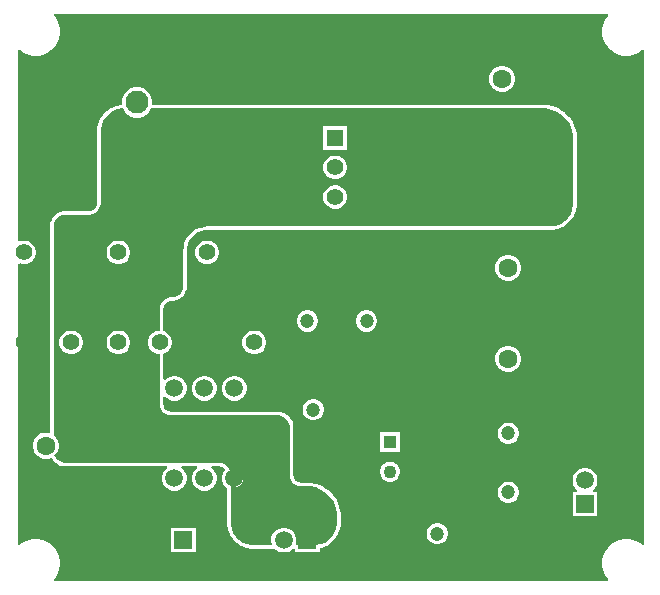
<source format=gbl>
G04*
G04 #@! TF.GenerationSoftware,Altium Limited,Altium Designer,23.2.1 (34)*
G04*
G04 Layer_Physical_Order=2*
G04 Layer_Color=16711680*
%FSLAX44Y44*%
%MOMM*%
G71*
G04*
G04 #@! TF.SameCoordinates,58D706FB-8AEF-4135-8DC0-6D3B37A59AC3*
G04*
G04*
G04 #@! TF.FilePolarity,Positive*
G04*
G01*
G75*
%ADD28C,0.3810*%
%ADD30R,1.1000X1.1000*%
%ADD31C,1.1000*%
%ADD32C,1.6000*%
%ADD33R,1.5000X1.5000*%
%ADD34C,1.5000*%
%ADD35C,1.2000*%
%ADD36C,1.9500*%
%ADD37R,1.4000X1.4000*%
%ADD38C,1.4000*%
%ADD39R,1.5000X1.5000*%
G36*
X509835Y488827D02*
X509077Y488068D01*
X506833Y484710D01*
X505288Y480980D01*
X504500Y477019D01*
Y472981D01*
X505288Y469020D01*
X506833Y465290D01*
X509077Y461932D01*
X511932Y459077D01*
X515290Y456833D01*
X519020Y455288D01*
X522981Y454500D01*
X527019D01*
X530980Y455288D01*
X534710Y456833D01*
X538068Y459077D01*
X538827Y459835D01*
X540000Y459349D01*
Y40651D01*
X538827Y40165D01*
X538068Y40923D01*
X534710Y43167D01*
X530980Y44712D01*
X527019Y45500D01*
X522981D01*
X519020Y44712D01*
X515290Y43167D01*
X511932Y40923D01*
X509077Y38068D01*
X506833Y34710D01*
X505288Y30980D01*
X504500Y27019D01*
Y22981D01*
X505288Y19020D01*
X506833Y15290D01*
X509077Y11932D01*
X509835Y11173D01*
X509349Y10000D01*
X40651D01*
X40165Y11173D01*
X40923Y11932D01*
X43167Y15290D01*
X44712Y19020D01*
X45500Y22981D01*
Y27019D01*
X44712Y30980D01*
X43167Y34710D01*
X40923Y38068D01*
X38068Y40923D01*
X34710Y43167D01*
X30980Y44712D01*
X27019Y45500D01*
X22981D01*
X19020Y44712D01*
X15290Y43167D01*
X11932Y40923D01*
X11173Y40165D01*
X10000Y40651D01*
Y278170D01*
X10818Y278642D01*
X11270Y278747D01*
X13684Y278100D01*
X16316D01*
X18860Y278782D01*
X21140Y280098D01*
X23002Y281960D01*
X24318Y284240D01*
X25000Y286783D01*
Y289417D01*
X24318Y291960D01*
X23002Y294240D01*
X21140Y296102D01*
X18860Y297418D01*
X16316Y298100D01*
X13684D01*
X11270Y297453D01*
X10818Y297558D01*
X10000Y298030D01*
Y459349D01*
X11173Y459835D01*
X11932Y459077D01*
X15290Y456833D01*
X19020Y455288D01*
X22981Y454500D01*
X27019D01*
X30980Y455288D01*
X34710Y456833D01*
X38068Y459077D01*
X40923Y461932D01*
X43167Y465290D01*
X44712Y469020D01*
X45500Y472981D01*
Y477019D01*
X44712Y480980D01*
X43167Y484710D01*
X40923Y488068D01*
X40165Y488827D01*
X40651Y490000D01*
X509349D01*
X509835Y488827D01*
D02*
G37*
%LPC*%
G36*
X421448Y446000D02*
X418552D01*
X415754Y445250D01*
X413246Y443802D01*
X411198Y441754D01*
X409750Y439246D01*
X409000Y436448D01*
Y433552D01*
X409750Y430754D01*
X411198Y428246D01*
X413246Y426198D01*
X415754Y424750D01*
X418552Y424000D01*
X421448D01*
X424246Y424750D01*
X426754Y426198D01*
X428802Y428246D01*
X430250Y430754D01*
X431000Y433552D01*
Y436448D01*
X430250Y439246D01*
X428802Y441754D01*
X426754Y443802D01*
X424246Y445250D01*
X421448Y446000D01*
D02*
G37*
G36*
X171317Y298100D02*
X168683D01*
X166140Y297418D01*
X163860Y296102D01*
X161998Y294240D01*
X160681Y291960D01*
X160000Y289417D01*
Y286783D01*
X160681Y284240D01*
X161998Y281960D01*
X163860Y280098D01*
X166140Y278782D01*
X168683Y278100D01*
X171317D01*
X173860Y278782D01*
X176140Y280098D01*
X178002Y281960D01*
X179319Y284240D01*
X180000Y286783D01*
Y289417D01*
X179319Y291960D01*
X178002Y294240D01*
X176140Y296102D01*
X173860Y297418D01*
X171317Y298100D01*
D02*
G37*
G36*
X426448Y286000D02*
X423552D01*
X420754Y285250D01*
X418246Y283802D01*
X416198Y281754D01*
X414750Y279246D01*
X414000Y276448D01*
Y273552D01*
X414750Y270754D01*
X416198Y268246D01*
X418246Y266198D01*
X420754Y264750D01*
X423552Y264000D01*
X426448D01*
X429246Y264750D01*
X431754Y266198D01*
X433802Y268246D01*
X435250Y270754D01*
X436000Y273552D01*
Y276448D01*
X435250Y279246D01*
X433802Y281754D01*
X431754Y283802D01*
X429246Y285250D01*
X426448Y286000D01*
D02*
G37*
G36*
X306185Y239000D02*
X303815D01*
X301526Y238387D01*
X299474Y237202D01*
X297798Y235526D01*
X296613Y233474D01*
X296000Y231185D01*
Y228815D01*
X296613Y226526D01*
X297798Y224474D01*
X299474Y222798D01*
X301526Y221613D01*
X303815Y221000D01*
X306185D01*
X308474Y221613D01*
X310526Y222798D01*
X312202Y224474D01*
X313387Y226526D01*
X314000Y228815D01*
Y231185D01*
X313387Y233474D01*
X312202Y235526D01*
X310526Y237202D01*
X308474Y238387D01*
X306185Y239000D01*
D02*
G37*
G36*
X256185D02*
X253815D01*
X251526Y238387D01*
X249474Y237202D01*
X247798Y235526D01*
X246613Y233474D01*
X246000Y231185D01*
Y228815D01*
X246613Y226526D01*
X247798Y224474D01*
X249474Y222798D01*
X251526Y221613D01*
X253815Y221000D01*
X256185D01*
X258474Y221613D01*
X260526Y222798D01*
X262202Y224474D01*
X263387Y226526D01*
X264000Y228815D01*
Y231185D01*
X263387Y233474D01*
X262202Y235526D01*
X260526Y237202D01*
X258474Y238387D01*
X256185Y239000D01*
D02*
G37*
G36*
X211317Y221900D02*
X208683D01*
X206140Y221218D01*
X203860Y219902D01*
X201998Y218040D01*
X200681Y215760D01*
X200000Y213216D01*
Y210583D01*
X200681Y208040D01*
X201998Y205760D01*
X203860Y203898D01*
X206140Y202582D01*
X208683Y201900D01*
X211317D01*
X213860Y202582D01*
X216140Y203898D01*
X218002Y205760D01*
X219319Y208040D01*
X220000Y210583D01*
Y213216D01*
X219319Y215760D01*
X218002Y218040D01*
X216140Y219902D01*
X213860Y221218D01*
X211317Y221900D01*
D02*
G37*
G36*
X426448Y209000D02*
X423552D01*
X420754Y208250D01*
X418246Y206802D01*
X416198Y204754D01*
X414750Y202246D01*
X414000Y199448D01*
Y196552D01*
X414750Y193754D01*
X416198Y191246D01*
X418246Y189198D01*
X420754Y187750D01*
X423552Y187000D01*
X426448D01*
X429246Y187750D01*
X431754Y189198D01*
X433802Y191246D01*
X435250Y193754D01*
X436000Y196552D01*
Y199448D01*
X435250Y202246D01*
X433802Y204754D01*
X431754Y206802D01*
X429246Y208250D01*
X426448Y209000D01*
D02*
G37*
G36*
X194482Y183600D02*
X191718D01*
X189047Y182884D01*
X186653Y181502D01*
X184698Y179547D01*
X183316Y177153D01*
X182600Y174482D01*
Y171718D01*
X183316Y169047D01*
X184698Y166653D01*
X186653Y164698D01*
X189047Y163316D01*
X191718Y162600D01*
X194482D01*
X197153Y163316D01*
X199547Y164698D01*
X201502Y166653D01*
X202884Y169047D01*
X203600Y171718D01*
Y174482D01*
X202884Y177153D01*
X201502Y179547D01*
X199547Y181502D01*
X197153Y182884D01*
X194482Y183600D01*
D02*
G37*
G36*
X169082D02*
X166318D01*
X163647Y182884D01*
X161253Y181502D01*
X159298Y179547D01*
X157916Y177153D01*
X157200Y174482D01*
Y171718D01*
X157916Y169047D01*
X159298Y166653D01*
X161253Y164698D01*
X163647Y163316D01*
X166318Y162600D01*
X169082D01*
X171753Y163316D01*
X174147Y164698D01*
X176102Y166653D01*
X177484Y169047D01*
X178200Y171718D01*
Y174482D01*
X177484Y177153D01*
X176102Y179547D01*
X174147Y181502D01*
X171753Y182884D01*
X169082Y183600D01*
D02*
G37*
G36*
X112479Y427750D02*
X109121D01*
X105879Y426881D01*
X102971Y425202D01*
X100597Y422829D01*
X98919Y419921D01*
X98050Y416679D01*
Y413321D01*
X96852Y412884D01*
X93569Y412231D01*
X93291Y412116D01*
X92996Y412057D01*
X89356Y410550D01*
X89105Y410382D01*
X88827Y410267D01*
X85551Y408078D01*
X85338Y407865D01*
X85088Y407698D01*
X82302Y404912D01*
X82135Y404662D01*
X81922Y404449D01*
X79733Y401173D01*
X79618Y400895D01*
X79450Y400644D01*
X77943Y397004D01*
X77884Y396709D01*
X77769Y396431D01*
X77000Y392566D01*
Y392265D01*
X76941Y391970D01*
Y390000D01*
Y330075D01*
X76908Y329395D01*
X76628Y327989D01*
X76109Y326735D01*
X75354Y325606D01*
X74394Y324646D01*
X73265Y323891D01*
X72011Y323372D01*
X70605Y323092D01*
X69925Y323059D01*
X49015D01*
X48720Y323000D01*
X48418D01*
X46486Y322616D01*
X46208Y322500D01*
X45912Y322442D01*
X44093Y321688D01*
X43842Y321520D01*
X43564Y321405D01*
X41926Y320311D01*
X41713Y320098D01*
X41462Y319930D01*
X40070Y318538D01*
X39902Y318287D01*
X39689Y318074D01*
X38595Y316436D01*
X38479Y316158D01*
X38312Y315907D01*
X37558Y314087D01*
X37500Y313792D01*
X37384Y313514D01*
X37000Y311582D01*
Y311280D01*
X36941Y310985D01*
Y310000D01*
Y136023D01*
X35934Y135249D01*
X34998Y135500D01*
X32102D01*
X29304Y134750D01*
X26796Y133302D01*
X24748Y131254D01*
X23300Y128746D01*
X22550Y125948D01*
Y123052D01*
X23300Y120254D01*
X24748Y117746D01*
X26796Y115698D01*
X29304Y114250D01*
X32102Y113500D01*
X34998D01*
X37796Y114250D01*
X38595Y113564D01*
X39689Y111926D01*
X39902Y111713D01*
X40070Y111462D01*
X41462Y110070D01*
X41713Y109902D01*
X41926Y109689D01*
X43564Y108595D01*
X43842Y108479D01*
X44093Y108312D01*
X45913Y107558D01*
X46208Y107500D01*
X46486Y107384D01*
X48418Y107000D01*
X48720D01*
X49015Y106941D01*
X136152D01*
X136492Y105671D01*
X135853Y105302D01*
X133898Y103347D01*
X132516Y100953D01*
X131800Y98282D01*
Y95518D01*
X132516Y92847D01*
X133898Y90453D01*
X135853Y88498D01*
X138247Y87116D01*
X140918Y86400D01*
X143682D01*
X146353Y87116D01*
X148747Y88498D01*
X150702Y90453D01*
X152084Y92847D01*
X152800Y95518D01*
Y98282D01*
X152084Y100953D01*
X150702Y103347D01*
X148747Y105302D01*
X148108Y105671D01*
X148448Y106941D01*
X161552D01*
X161892Y105671D01*
X161253Y105302D01*
X159298Y103347D01*
X157916Y100953D01*
X157200Y98282D01*
Y95518D01*
X157916Y92847D01*
X159298Y90453D01*
X161253Y88498D01*
X163647Y87116D01*
X166318Y86400D01*
X169082D01*
X171753Y87116D01*
X174147Y88498D01*
X176102Y90453D01*
X177484Y92847D01*
X178200Y95518D01*
Y98282D01*
X177484Y100953D01*
X176102Y103347D01*
X174147Y105302D01*
X173508Y105671D01*
X173848Y106941D01*
X179925D01*
X180605Y106908D01*
X182011Y106628D01*
X183265Y106109D01*
X184394Y105354D01*
X185354Y104394D01*
X185511Y104160D01*
X184698Y103347D01*
X183316Y100953D01*
X182600Y98282D01*
Y95518D01*
X183316Y92847D01*
X184698Y90453D01*
X186653Y88498D01*
X186941Y88331D01*
Y60000D01*
Y58030D01*
X187000Y57735D01*
Y57433D01*
X187769Y53569D01*
X187884Y53291D01*
X187943Y52996D01*
X189450Y49356D01*
X189618Y49105D01*
X189733Y48827D01*
X191922Y45551D01*
X192135Y45338D01*
X192302Y45088D01*
X195088Y42302D01*
X195338Y42135D01*
X195551Y41922D01*
X198827Y39733D01*
X199105Y39618D01*
X199356Y39450D01*
X202996Y37943D01*
X203291Y37884D01*
X203570Y37769D01*
X207433Y37000D01*
X207735D01*
X208030Y36941D01*
X224080D01*
X224322Y36990D01*
X224570Y36981D01*
X224902Y37105D01*
X225250Y37174D01*
X225456Y37311D01*
X225688Y37398D01*
X226275Y37821D01*
X227387Y37264D01*
X228553Y36098D01*
X230947Y34716D01*
X233618Y34000D01*
X236382D01*
X239053Y34716D01*
X241447Y36098D01*
X242613Y37264D01*
X243358Y37637D01*
X244500Y36924D01*
Y34000D01*
X265500D01*
Y37583D01*
X266430Y37769D01*
X266709Y37884D01*
X267004Y37943D01*
X270644Y39450D01*
X270895Y39618D01*
X271173Y39733D01*
X274449Y41922D01*
X274662Y42135D01*
X274912Y42302D01*
X277698Y45088D01*
X277865Y45338D01*
X278078Y45551D01*
X280267Y48827D01*
X280382Y49105D01*
X280550Y49356D01*
X282057Y52996D01*
X282116Y53291D01*
X282231Y53569D01*
X283000Y57433D01*
Y57735D01*
X283059Y58030D01*
Y67102D01*
X283000Y67397D01*
Y67698D01*
X282024Y72606D01*
X281909Y72884D01*
X281850Y73179D01*
X279935Y77802D01*
X279768Y78052D01*
X279653Y78331D01*
X276873Y82491D01*
X276660Y82704D01*
X276492Y82954D01*
X272954Y86492D01*
X272704Y86660D01*
X272491Y86873D01*
X268331Y89652D01*
X268052Y89768D01*
X267802Y89935D01*
X263179Y91850D01*
X262884Y91909D01*
X262606Y92024D01*
X257698Y93000D01*
X257397D01*
X257102Y93059D01*
X250075D01*
X249395Y93092D01*
X247989Y93372D01*
X246735Y93891D01*
X245606Y94646D01*
X244646Y95606D01*
X243891Y96735D01*
X243372Y97989D01*
X243092Y99395D01*
X243059Y100075D01*
Y140985D01*
X243000Y141280D01*
Y141582D01*
X242616Y143514D01*
X242500Y143792D01*
X242442Y144087D01*
X241688Y145907D01*
X241520Y146158D01*
X241405Y146436D01*
X240311Y148074D01*
X240098Y148287D01*
X239930Y148538D01*
X238538Y149930D01*
X238287Y150098D01*
X238074Y150311D01*
X236436Y151405D01*
X236158Y151521D01*
X235907Y151688D01*
X234087Y152442D01*
X233792Y152500D01*
X233514Y152616D01*
X231582Y153000D01*
X231280D01*
X230985Y153059D01*
X140075D01*
X139395Y153092D01*
X137989Y153372D01*
X136735Y153891D01*
X135606Y154646D01*
X134646Y155606D01*
X133891Y156735D01*
X133372Y157989D01*
X133092Y159395D01*
X133059Y160075D01*
Y165696D01*
X134329Y166222D01*
X135853Y164698D01*
X138247Y163316D01*
X140918Y162600D01*
X143682D01*
X146353Y163316D01*
X148747Y164698D01*
X150702Y166653D01*
X152084Y169047D01*
X152800Y171718D01*
Y174482D01*
X152084Y177153D01*
X150702Y179547D01*
X148747Y181502D01*
X146353Y182884D01*
X143682Y183600D01*
X140918D01*
X138247Y182884D01*
X135853Y181502D01*
X134329Y179978D01*
X133059Y180504D01*
Y201900D01*
X132971Y202343D01*
X133860Y202582D01*
X136140Y203898D01*
X138002Y205760D01*
X139319Y208040D01*
X140000Y210583D01*
Y213216D01*
X139319Y215760D01*
X138002Y218040D01*
X136140Y219902D01*
X133860Y221218D01*
X132971Y221457D01*
X133059Y221900D01*
Y239925D01*
X133092Y240605D01*
X133372Y242011D01*
X133891Y243265D01*
X134646Y244394D01*
X135606Y245354D01*
X136735Y246109D01*
X137989Y246628D01*
X139395Y246908D01*
X140075Y246941D01*
X140985D01*
X141280Y247000D01*
X141582D01*
X143514Y247384D01*
X143792Y247500D01*
X144087Y247558D01*
X145907Y248312D01*
X146158Y248479D01*
X146436Y248595D01*
X148074Y249689D01*
X148287Y249902D01*
X148538Y250070D01*
X149930Y251462D01*
X150098Y251713D01*
X150311Y251926D01*
X151405Y253564D01*
X151521Y253842D01*
X151688Y254093D01*
X152442Y255913D01*
X152500Y256208D01*
X152616Y256486D01*
X153000Y258418D01*
Y258720D01*
X153059Y259015D01*
Y289925D01*
X153140Y291585D01*
X153802Y294914D01*
X155072Y297979D01*
X156916Y300738D01*
X159262Y303084D01*
X162021Y304928D01*
X165086Y306197D01*
X168415Y306860D01*
X170075Y306941D01*
X461970D01*
X462265Y307000D01*
X462567D01*
X466431Y307769D01*
X466709Y307884D01*
X467004Y307943D01*
X470644Y309450D01*
X470895Y309618D01*
X471173Y309733D01*
X474449Y311922D01*
X474662Y312135D01*
X474912Y312302D01*
X477698Y315088D01*
X477865Y315338D01*
X478078Y315551D01*
X480267Y318827D01*
X480382Y319105D01*
X480550Y319356D01*
X482057Y322996D01*
X482116Y323291D01*
X482231Y323569D01*
X483000Y327433D01*
Y327735D01*
X483059Y328030D01*
Y330000D01*
Y384600D01*
Y387102D01*
X483000Y387397D01*
Y387698D01*
X482024Y392606D01*
X481909Y392884D01*
X481850Y393180D01*
X479935Y397802D01*
X479768Y398052D01*
X479652Y398331D01*
X476873Y402491D01*
X476660Y402704D01*
X476492Y402954D01*
X472954Y406492D01*
X472704Y406660D01*
X472491Y406873D01*
X468331Y409652D01*
X468052Y409768D01*
X467802Y409935D01*
X463179Y411850D01*
X462884Y411909D01*
X462606Y412024D01*
X457698Y413000D01*
X457397D01*
X457102Y413059D01*
X123752D01*
X123550Y413321D01*
Y416679D01*
X122681Y419921D01*
X121003Y422829D01*
X118629Y425202D01*
X115721Y426881D01*
X112479Y427750D01*
D02*
G37*
G36*
X261185Y164000D02*
X258815D01*
X256526Y163387D01*
X254474Y162202D01*
X252798Y160526D01*
X251613Y158474D01*
X251000Y156185D01*
Y153815D01*
X251613Y151526D01*
X252798Y149474D01*
X254474Y147798D01*
X256526Y146613D01*
X258815Y146000D01*
X261185D01*
X263474Y146613D01*
X265526Y147798D01*
X267202Y149474D01*
X268387Y151526D01*
X269000Y153815D01*
Y156185D01*
X268387Y158474D01*
X267202Y160526D01*
X265526Y162202D01*
X263474Y163387D01*
X261185Y164000D01*
D02*
G37*
G36*
X426185Y144000D02*
X423815D01*
X421526Y143387D01*
X419474Y142202D01*
X417798Y140526D01*
X416613Y138474D01*
X416000Y136185D01*
Y133815D01*
X416613Y131526D01*
X417798Y129474D01*
X419474Y127798D01*
X421526Y126613D01*
X423815Y126000D01*
X426185D01*
X428474Y126613D01*
X430526Y127798D01*
X432202Y129474D01*
X433387Y131526D01*
X434000Y133815D01*
Y136185D01*
X433387Y138474D01*
X432202Y140526D01*
X430526Y142202D01*
X428474Y143387D01*
X426185Y144000D01*
D02*
G37*
G36*
X333500Y136000D02*
X316500D01*
Y119000D01*
X333500D01*
Y136000D01*
D02*
G37*
G36*
X326119Y111000D02*
X323881D01*
X321719Y110421D01*
X319781Y109302D01*
X318198Y107719D01*
X317079Y105781D01*
X316500Y103619D01*
Y101381D01*
X317079Y99219D01*
X318198Y97281D01*
X319781Y95698D01*
X321719Y94579D01*
X323881Y94000D01*
X326119D01*
X328281Y94579D01*
X330219Y95698D01*
X331802Y97281D01*
X332921Y99219D01*
X333500Y101381D01*
Y103619D01*
X332921Y105781D01*
X331802Y107719D01*
X330219Y109302D01*
X328281Y110421D01*
X326119Y111000D01*
D02*
G37*
G36*
X426185Y94000D02*
X423815D01*
X421526Y93387D01*
X419474Y92202D01*
X417798Y90526D01*
X416613Y88474D01*
X416000Y86185D01*
Y83815D01*
X416613Y81526D01*
X417798Y79474D01*
X419474Y77798D01*
X421526Y76613D01*
X423815Y76000D01*
X426185D01*
X428474Y76613D01*
X430526Y77798D01*
X432202Y79474D01*
X433387Y81526D01*
X434000Y83815D01*
Y86185D01*
X433387Y88474D01*
X432202Y90526D01*
X430526Y92202D01*
X428474Y93387D01*
X426185Y94000D01*
D02*
G37*
G36*
X491382Y105500D02*
X488618D01*
X485947Y104784D01*
X483553Y103402D01*
X481598Y101447D01*
X480216Y99053D01*
X479500Y96382D01*
Y93618D01*
X480216Y90947D01*
X481598Y88553D01*
X483381Y86770D01*
X483138Y85500D01*
X479500D01*
Y64500D01*
X500500D01*
Y85500D01*
X496862D01*
X496619Y86770D01*
X498402Y88553D01*
X499784Y90947D01*
X500500Y93618D01*
Y96382D01*
X499784Y99053D01*
X498402Y101447D01*
X496447Y103402D01*
X494053Y104784D01*
X491382Y105500D01*
D02*
G37*
G36*
X366185Y59000D02*
X363815D01*
X361526Y58387D01*
X359474Y57202D01*
X357798Y55526D01*
X356613Y53474D01*
X356000Y51185D01*
Y48815D01*
X356613Y46526D01*
X357798Y44474D01*
X359474Y42798D01*
X361526Y41613D01*
X363815Y41000D01*
X366185D01*
X368474Y41613D01*
X370526Y42798D01*
X372202Y44474D01*
X373387Y46526D01*
X374000Y48815D01*
Y51185D01*
X373387Y53474D01*
X372202Y55526D01*
X370526Y57202D01*
X368474Y58387D01*
X366185Y59000D01*
D02*
G37*
G36*
X160500Y55000D02*
X139500D01*
Y34000D01*
X160500D01*
Y55000D01*
D02*
G37*
%LPD*%
G36*
X462009Y409024D02*
X466631Y407109D01*
X470792Y404329D01*
X474329Y400792D01*
X477109Y396631D01*
X479024Y392009D01*
X480000Y387102D01*
Y384600D01*
Y330000D01*
Y328030D01*
X479231Y324166D01*
X477724Y320526D01*
X475535Y317251D01*
X472749Y314465D01*
X469473Y312276D01*
X465834Y310769D01*
X461970Y310000D01*
X170000D01*
X168040Y309904D01*
X164194Y309139D01*
X160572Y307638D01*
X157312Y305460D01*
X154540Y302688D01*
X152362Y299428D01*
X150861Y295806D01*
X150096Y291960D01*
X150000Y290000D01*
Y259015D01*
X149616Y257083D01*
X148862Y255263D01*
X147767Y253625D01*
X146375Y252232D01*
X144737Y251138D01*
X142917Y250384D01*
X140985Y250000D01*
X140000D01*
X139020Y249952D01*
X137097Y249569D01*
X135286Y248819D01*
X133656Y247730D01*
X132270Y246344D01*
X131181Y244714D01*
X130431Y242903D01*
X130048Y240980D01*
X130000Y240000D01*
Y221900D01*
X128684D01*
X126140Y221218D01*
X123860Y219902D01*
X121998Y218040D01*
X120681Y215760D01*
X120000Y213216D01*
Y210583D01*
X120681Y208040D01*
X121998Y205760D01*
X123860Y203898D01*
X126140Y202582D01*
X128684Y201900D01*
X130000D01*
Y160000D01*
X130048Y159020D01*
X130431Y157097D01*
X131181Y155286D01*
X132270Y153656D01*
X133656Y152270D01*
X135286Y151181D01*
X137097Y150431D01*
X139020Y150048D01*
X140000Y150000D01*
X230985D01*
X232917Y149616D01*
X234737Y148862D01*
X236375Y147767D01*
X237768Y146375D01*
X238862Y144737D01*
X239616Y142917D01*
X240000Y140985D01*
Y100000D01*
X240048Y99020D01*
X240431Y97097D01*
X241181Y95286D01*
X242270Y93656D01*
X243656Y92270D01*
X245286Y91181D01*
X247097Y90431D01*
X249020Y90048D01*
X250000Y90000D01*
X257102D01*
X262009Y89024D01*
X266631Y87109D01*
X270791Y84329D01*
X274329Y80792D01*
X277109Y76631D01*
X279024Y72009D01*
X280000Y67102D01*
Y58030D01*
X279231Y54166D01*
X277724Y50526D01*
X275535Y47251D01*
X272749Y44465D01*
X269473Y42276D01*
X265834Y40769D01*
X261970Y40000D01*
X245920D01*
X245005Y41270D01*
X245500Y43118D01*
Y45882D01*
X244784Y48553D01*
X243402Y50947D01*
X241447Y52902D01*
X239053Y54284D01*
X236382Y55000D01*
X233618D01*
X230947Y54284D01*
X228553Y52902D01*
X226598Y50947D01*
X225216Y48553D01*
X224500Y45882D01*
Y43118D01*
X224995Y41270D01*
X224080Y40000D01*
X208030D01*
X204166Y40769D01*
X200526Y42276D01*
X197251Y44465D01*
X194465Y47251D01*
X192276Y50526D01*
X190769Y54166D01*
X190000Y58030D01*
Y60000D01*
Y91268D01*
X191173Y91754D01*
X191705Y91223D01*
X193327Y90139D01*
X195241Y89758D01*
X197155Y90139D01*
X198777Y91223D01*
X199862Y92845D01*
X200242Y94759D01*
X199862Y96673D01*
X198777Y98295D01*
X196636Y100436D01*
X195014Y101520D01*
X193100Y101901D01*
X191186Y101520D01*
X191145Y101493D01*
X189734Y102077D01*
X189569Y102903D01*
X188819Y104714D01*
X187730Y106344D01*
X186344Y107730D01*
X184714Y108819D01*
X182903Y109569D01*
X180980Y109952D01*
X180000Y110000D01*
X49015D01*
X47083Y110384D01*
X45263Y111138D01*
X43625Y112233D01*
X42232Y113625D01*
X41138Y115263D01*
X40767Y116160D01*
X42352Y117746D01*
X43800Y120254D01*
X44550Y123052D01*
Y125948D01*
X43800Y128746D01*
X42352Y131254D01*
X40304Y133302D01*
X40000Y133478D01*
Y310000D01*
Y310985D01*
X40384Y312917D01*
X41138Y314737D01*
X42232Y316375D01*
X43625Y317768D01*
X45263Y318862D01*
X47083Y319616D01*
X49015Y320000D01*
X70000D01*
X70980Y320048D01*
X72903Y320431D01*
X74714Y321181D01*
X76344Y322270D01*
X77730Y323656D01*
X78819Y325286D01*
X79569Y327097D01*
X79952Y329020D01*
X80000Y330000D01*
Y390000D01*
Y391970D01*
X80769Y395834D01*
X82276Y399473D01*
X84465Y402749D01*
X87251Y405535D01*
X90526Y407724D01*
X94166Y409231D01*
X98030Y410000D01*
X98964D01*
X100597Y407171D01*
X102971Y404798D01*
X105879Y403119D01*
X109121Y402250D01*
X112479D01*
X115721Y403119D01*
X118629Y404798D01*
X121003Y407171D01*
X122636Y410000D01*
X457102D01*
X462009Y409024D01*
D02*
G37*
%LPC*%
G36*
X288450Y395000D02*
X268450D01*
Y375000D01*
X288450D01*
Y395000D01*
D02*
G37*
G36*
X279767Y370000D02*
X277134D01*
X274590Y369319D01*
X272310Y368002D01*
X270448Y366140D01*
X269132Y363860D01*
X268450Y361316D01*
Y358684D01*
X269132Y356140D01*
X270448Y353860D01*
X272310Y351998D01*
X274590Y350681D01*
X277134Y350000D01*
X279767D01*
X282310Y350681D01*
X284590Y351998D01*
X286452Y353860D01*
X287768Y356140D01*
X288450Y358684D01*
Y361316D01*
X287768Y363860D01*
X286452Y366140D01*
X284590Y368002D01*
X282310Y369319D01*
X279767Y370000D01*
D02*
G37*
G36*
Y345000D02*
X277134D01*
X274590Y344319D01*
X272310Y343002D01*
X270448Y341140D01*
X269132Y338860D01*
X268450Y336316D01*
Y333684D01*
X269132Y331140D01*
X270448Y328860D01*
X272310Y326998D01*
X274590Y325681D01*
X277134Y325000D01*
X279767D01*
X282310Y325681D01*
X284590Y326998D01*
X286452Y328860D01*
X287768Y331140D01*
X288450Y333684D01*
Y336316D01*
X287768Y338860D01*
X286452Y341140D01*
X284590Y343002D01*
X282310Y344319D01*
X279767Y345000D01*
D02*
G37*
G36*
X96316Y298100D02*
X93684D01*
X91140Y297418D01*
X88860Y296102D01*
X86998Y294240D01*
X85681Y291960D01*
X85000Y289417D01*
Y286783D01*
X85681Y284240D01*
X86998Y281960D01*
X88860Y280098D01*
X91140Y278782D01*
X93684Y278100D01*
X96316D01*
X98860Y278782D01*
X101140Y280098D01*
X103002Y281960D01*
X104319Y284240D01*
X105000Y286783D01*
Y289417D01*
X104319Y291960D01*
X103002Y294240D01*
X101140Y296102D01*
X98860Y297418D01*
X96316Y298100D01*
D02*
G37*
G36*
Y221900D02*
X93684D01*
X91140Y221218D01*
X88860Y219902D01*
X86998Y218040D01*
X85681Y215760D01*
X85000Y213216D01*
Y210583D01*
X85681Y208040D01*
X86998Y205760D01*
X88860Y203898D01*
X91140Y202582D01*
X93684Y201900D01*
X96316D01*
X98860Y202582D01*
X101140Y203898D01*
X103002Y205760D01*
X104319Y208040D01*
X105000Y210583D01*
Y213216D01*
X104319Y215760D01*
X103002Y218040D01*
X101140Y219902D01*
X98860Y221218D01*
X96316Y221900D01*
D02*
G37*
G36*
X56316D02*
X53684D01*
X51140Y221218D01*
X48860Y219902D01*
X46998Y218040D01*
X45682Y215760D01*
X45000Y213216D01*
Y210583D01*
X45682Y208040D01*
X46998Y205760D01*
X48860Y203898D01*
X51140Y202582D01*
X53684Y201900D01*
X56316D01*
X58860Y202582D01*
X61140Y203898D01*
X63002Y205760D01*
X64318Y208040D01*
X65000Y210583D01*
Y213216D01*
X64318Y215760D01*
X63002Y218040D01*
X61140Y219902D01*
X58860Y221218D01*
X56316Y221900D01*
D02*
G37*
%LPD*%
D28*
X193100Y96900D02*
X195241Y94759D01*
D30*
X325000Y127500D02*
D03*
D31*
Y102500D02*
D03*
D32*
X58950Y124500D02*
D03*
X33550D02*
D03*
X420000Y435000D02*
D03*
Y358000D02*
D03*
X425000Y275000D02*
D03*
Y198000D02*
D03*
D33*
X490000Y75000D02*
D03*
X116900Y96900D02*
D03*
D34*
X490000Y95000D02*
D03*
X193100Y173100D02*
D03*
X167700D02*
D03*
X142300D02*
D03*
X116900D02*
D03*
X193100Y96900D02*
D03*
X167700D02*
D03*
X142300D02*
D03*
X130000Y44500D02*
D03*
X235000D02*
D03*
D35*
X425000Y85000D02*
D03*
Y135000D02*
D03*
X260000Y155000D02*
D03*
Y105000D02*
D03*
X365000Y50000D02*
D03*
X315000D02*
D03*
X255000Y230000D02*
D03*
X305000D02*
D03*
D36*
X60000Y415000D02*
D03*
X110800D02*
D03*
Y364200D02*
D03*
D37*
X278450Y385000D02*
D03*
D38*
Y360000D02*
D03*
Y335000D02*
D03*
X15000Y288100D02*
D03*
Y211900D02*
D03*
X95000Y288100D02*
D03*
Y211900D02*
D03*
X55000D02*
D03*
Y288100D02*
D03*
X130000Y211900D02*
D03*
Y288100D02*
D03*
X170000Y211900D02*
D03*
Y288100D02*
D03*
X210000D02*
D03*
Y211900D02*
D03*
D39*
X150000Y44500D02*
D03*
X255000D02*
D03*
M02*

</source>
